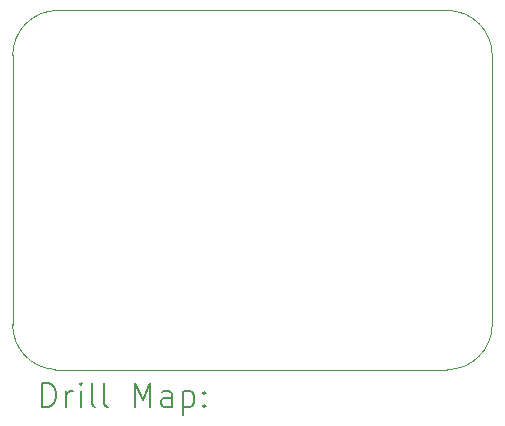
<source format=gbr>
%TF.GenerationSoftware,KiCad,Pcbnew,6.0.11-2627ca5db0~126~ubuntu22.04.1*%
%TF.CreationDate,2023-02-23T11:24:36+01:00*%
%TF.ProjectId,motordriver,6d6f746f-7264-4726-9976-65722e6b6963,rev?*%
%TF.SameCoordinates,Original*%
%TF.FileFunction,Drillmap*%
%TF.FilePolarity,Positive*%
%FSLAX45Y45*%
G04 Gerber Fmt 4.5, Leading zero omitted, Abs format (unit mm)*
G04 Created by KiCad (PCBNEW 6.0.11-2627ca5db0~126~ubuntu22.04.1) date 2023-02-23 11:24:36*
%MOMM*%
%LPD*%
G01*
G04 APERTURE LIST*
%ADD10C,0.100000*%
%ADD11C,0.200000*%
G04 APERTURE END LIST*
D10*
X15640000Y-11831500D02*
G75*
G03*
X16020000Y-11451500I0J380000D01*
G01*
X11959474Y-11451500D02*
G75*
G03*
X12320000Y-11831500I380526J0D01*
G01*
X16020000Y-9171500D02*
X16020000Y-11451500D01*
X15640000Y-11831500D02*
X12320000Y-11831500D01*
X12340000Y-8791500D02*
G75*
G03*
X11960000Y-9171500I0J-380000D01*
G01*
X11959474Y-11451500D02*
X11960000Y-9171500D01*
X16020000Y-9171500D02*
G75*
G03*
X15640000Y-8791500I-380000J0D01*
G01*
X12340000Y-8791500D02*
X15640000Y-8791500D01*
D11*
X12212093Y-12146976D02*
X12212093Y-11946976D01*
X12259712Y-11946976D01*
X12288284Y-11956500D01*
X12307331Y-11975548D01*
X12316855Y-11994595D01*
X12326379Y-12032690D01*
X12326379Y-12061262D01*
X12316855Y-12099357D01*
X12307331Y-12118405D01*
X12288284Y-12137452D01*
X12259712Y-12146976D01*
X12212093Y-12146976D01*
X12412093Y-12146976D02*
X12412093Y-12013643D01*
X12412093Y-12051738D02*
X12421617Y-12032690D01*
X12431141Y-12023167D01*
X12450188Y-12013643D01*
X12469236Y-12013643D01*
X12535903Y-12146976D02*
X12535903Y-12013643D01*
X12535903Y-11946976D02*
X12526379Y-11956500D01*
X12535903Y-11966024D01*
X12545426Y-11956500D01*
X12535903Y-11946976D01*
X12535903Y-11966024D01*
X12659712Y-12146976D02*
X12640664Y-12137452D01*
X12631141Y-12118405D01*
X12631141Y-11946976D01*
X12764474Y-12146976D02*
X12745426Y-12137452D01*
X12735903Y-12118405D01*
X12735903Y-11946976D01*
X12993045Y-12146976D02*
X12993045Y-11946976D01*
X13059712Y-12089833D01*
X13126379Y-11946976D01*
X13126379Y-12146976D01*
X13307331Y-12146976D02*
X13307331Y-12042214D01*
X13297807Y-12023167D01*
X13278760Y-12013643D01*
X13240664Y-12013643D01*
X13221617Y-12023167D01*
X13307331Y-12137452D02*
X13288284Y-12146976D01*
X13240664Y-12146976D01*
X13221617Y-12137452D01*
X13212093Y-12118405D01*
X13212093Y-12099357D01*
X13221617Y-12080309D01*
X13240664Y-12070786D01*
X13288284Y-12070786D01*
X13307331Y-12061262D01*
X13402569Y-12013643D02*
X13402569Y-12213643D01*
X13402569Y-12023167D02*
X13421617Y-12013643D01*
X13459712Y-12013643D01*
X13478760Y-12023167D01*
X13488284Y-12032690D01*
X13497807Y-12051738D01*
X13497807Y-12108881D01*
X13488284Y-12127928D01*
X13478760Y-12137452D01*
X13459712Y-12146976D01*
X13421617Y-12146976D01*
X13402569Y-12137452D01*
X13583522Y-12127928D02*
X13593045Y-12137452D01*
X13583522Y-12146976D01*
X13573998Y-12137452D01*
X13583522Y-12127928D01*
X13583522Y-12146976D01*
X13583522Y-12023167D02*
X13593045Y-12032690D01*
X13583522Y-12042214D01*
X13573998Y-12032690D01*
X13583522Y-12023167D01*
X13583522Y-12042214D01*
M02*

</source>
